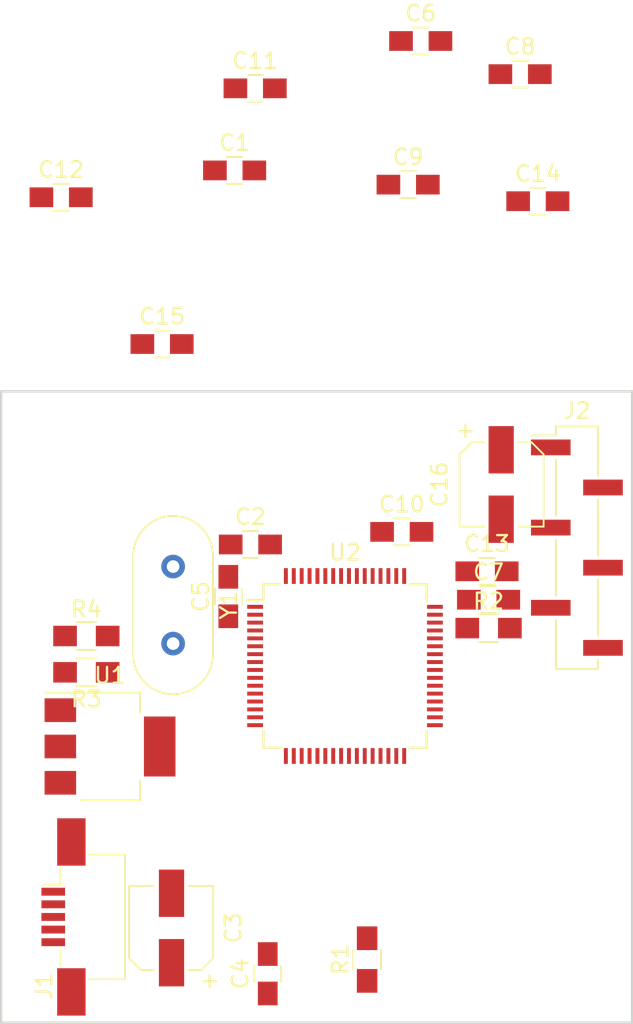
<source format=kicad_pcb>
(kicad_pcb (version 20171130) (host pcbnew 5.0.2-bee76a0~70~ubuntu16.04.1)

  (general
    (thickness 1.6)
    (drawings 4)
    (tracks 0)
    (zones 0)
    (modules 25)
    (nets 61)
  )

  (page A4)
  (layers
    (0 F.Cu signal)
    (31 B.Cu signal)
    (32 B.Adhes user hide)
    (33 F.Adhes user hide)
    (34 B.Paste user hide)
    (35 F.Paste user hide)
    (36 B.SilkS user)
    (37 F.SilkS user)
    (38 B.Mask user hide)
    (39 F.Mask user hide)
    (40 Dwgs.User user hide)
    (41 Cmts.User user hide)
    (42 Eco1.User user hide)
    (43 Eco2.User user hide)
    (44 Edge.Cuts user)
    (45 Margin user hide)
    (46 B.CrtYd user hide)
    (47 F.CrtYd user hide)
    (48 B.Fab user hide)
    (49 F.Fab user hide)
  )

  (setup
    (last_trace_width 0.2)
    (trace_clearance 0.15)
    (zone_clearance 0.508)
    (zone_45_only no)
    (trace_min 0.2)
    (segment_width 0.2)
    (edge_width 0.15)
    (via_size 0.8)
    (via_drill 0.3)
    (via_min_size 0.8)
    (via_min_drill 0.3)
    (uvia_size 0.3)
    (uvia_drill 0.1)
    (uvias_allowed no)
    (uvia_min_size 0.2)
    (uvia_min_drill 0.1)
    (pcb_text_width 0.3)
    (pcb_text_size 1.5 1.5)
    (mod_edge_width 0.15)
    (mod_text_size 1 1)
    (mod_text_width 0.15)
    (pad_size 1.524 1.524)
    (pad_drill 0.762)
    (pad_to_mask_clearance 0.051)
    (solder_mask_min_width 0.25)
    (aux_axis_origin 0 0)
    (visible_elements FFFFFF7F)
    (pcbplotparams
      (layerselection 0x010fc_ffffffff)
      (usegerberextensions false)
      (usegerberattributes false)
      (usegerberadvancedattributes false)
      (creategerberjobfile false)
      (excludeedgelayer true)
      (linewidth 0.100000)
      (plotframeref false)
      (viasonmask false)
      (mode 1)
      (useauxorigin false)
      (hpglpennumber 1)
      (hpglpenspeed 20)
      (hpglpendiameter 15.000000)
      (psnegative false)
      (psa4output false)
      (plotreference true)
      (plotvalue true)
      (plotinvisibletext false)
      (padsonsilk false)
      (subtractmaskfromsilk false)
      (outputformat 1)
      (mirror false)
      (drillshape 1)
      (scaleselection 1)
      (outputdirectory ""))
  )

  (net 0 "")
  (net 1 +5V)
  (net 2 GND)
  (net 3 "Net-(C2-Pad1)")
  (net 4 "Net-(C5-Pad1)")
  (net 5 "Net-(C6-Pad1)")
  (net 6 +3V3)
  (net 7 /ID)
  (net 8 /D+)
  (net 9 /D-)
  (net 10 /SWO)
  (net 11 /SWDIO)
  (net 12 /SWCLK)
  (net 13 /NRST)
  (net 14 "Net-(R1-Pad1)")
  (net 15 "Net-(R3-Pad2)")
  (net 16 "Net-(U2-Pad62)")
  (net 17 "Net-(U2-Pad61)")
  (net 18 "Net-(U2-Pad59)")
  (net 19 "Net-(U2-Pad58)")
  (net 20 "Net-(U2-Pad57)")
  (net 21 "Net-(U2-Pad56)")
  (net 22 "Net-(U2-Pad54)")
  (net 23 "Net-(U2-Pad53)")
  (net 24 "Net-(U2-Pad52)")
  (net 25 "Net-(U2-Pad51)")
  (net 26 "Net-(U2-Pad50)")
  (net 27 "Net-(U2-Pad45)")
  (net 28 "Net-(U2-Pad44)")
  (net 29 "Net-(U2-Pad43)")
  (net 30 "Net-(U2-Pad42)")
  (net 31 "Net-(U2-Pad41)")
  (net 32 "Net-(U2-Pad40)")
  (net 33 "Net-(U2-Pad39)")
  (net 34 "Net-(U2-Pad38)")
  (net 35 "Net-(U2-Pad37)")
  (net 36 "Net-(U2-Pad36)")
  (net 37 "Net-(U2-Pad35)")
  (net 38 "Net-(U2-Pad34)")
  (net 39 "Net-(U2-Pad33)")
  (net 40 "Net-(U2-Pad29)")
  (net 41 "Net-(U2-Pad28)")
  (net 42 "Net-(U2-Pad27)")
  (net 43 "Net-(U2-Pad26)")
  (net 44 "Net-(U2-Pad25)")
  (net 45 "Net-(U2-Pad24)")
  (net 46 "Net-(U2-Pad23)")
  (net 47 "Net-(U2-Pad22)")
  (net 48 "Net-(U2-Pad21)")
  (net 49 "Net-(U2-Pad20)")
  (net 50 "Net-(U2-Pad17)")
  (net 51 "Net-(U2-Pad16)")
  (net 52 /PA1)
  (net 53 /PA0)
  (net 54 "Net-(U2-Pad11)")
  (net 55 "Net-(U2-Pad10)")
  (net 56 "Net-(U2-Pad9)")
  (net 57 "Net-(U2-Pad8)")
  (net 58 "Net-(U2-Pad4)")
  (net 59 "Net-(U2-Pad3)")
  (net 60 "Net-(U2-Pad2)")

  (net_class Default "This is the default net class."
    (clearance 0.15)
    (trace_width 0.2)
    (via_dia 0.8)
    (via_drill 0.3)
    (uvia_dia 0.3)
    (uvia_drill 0.1)
    (add_net /D+)
    (add_net /D-)
    (add_net /ID)
    (add_net /NRST)
    (add_net /PA0)
    (add_net /PA1)
    (add_net /SWCLK)
    (add_net /SWDIO)
    (add_net /SWO)
    (add_net "Net-(C2-Pad1)")
    (add_net "Net-(C5-Pad1)")
    (add_net "Net-(C6-Pad1)")
    (add_net "Net-(R1-Pad1)")
    (add_net "Net-(R3-Pad2)")
    (add_net "Net-(U2-Pad10)")
    (add_net "Net-(U2-Pad11)")
    (add_net "Net-(U2-Pad16)")
    (add_net "Net-(U2-Pad17)")
    (add_net "Net-(U2-Pad2)")
    (add_net "Net-(U2-Pad20)")
    (add_net "Net-(U2-Pad21)")
    (add_net "Net-(U2-Pad22)")
    (add_net "Net-(U2-Pad23)")
    (add_net "Net-(U2-Pad24)")
    (add_net "Net-(U2-Pad25)")
    (add_net "Net-(U2-Pad26)")
    (add_net "Net-(U2-Pad27)")
    (add_net "Net-(U2-Pad28)")
    (add_net "Net-(U2-Pad29)")
    (add_net "Net-(U2-Pad3)")
    (add_net "Net-(U2-Pad33)")
    (add_net "Net-(U2-Pad34)")
    (add_net "Net-(U2-Pad35)")
    (add_net "Net-(U2-Pad36)")
    (add_net "Net-(U2-Pad37)")
    (add_net "Net-(U2-Pad38)")
    (add_net "Net-(U2-Pad39)")
    (add_net "Net-(U2-Pad4)")
    (add_net "Net-(U2-Pad40)")
    (add_net "Net-(U2-Pad41)")
    (add_net "Net-(U2-Pad42)")
    (add_net "Net-(U2-Pad43)")
    (add_net "Net-(U2-Pad44)")
    (add_net "Net-(U2-Pad45)")
    (add_net "Net-(U2-Pad50)")
    (add_net "Net-(U2-Pad51)")
    (add_net "Net-(U2-Pad52)")
    (add_net "Net-(U2-Pad53)")
    (add_net "Net-(U2-Pad54)")
    (add_net "Net-(U2-Pad56)")
    (add_net "Net-(U2-Pad57)")
    (add_net "Net-(U2-Pad58)")
    (add_net "Net-(U2-Pad59)")
    (add_net "Net-(U2-Pad61)")
    (add_net "Net-(U2-Pad62)")
    (add_net "Net-(U2-Pad8)")
    (add_net "Net-(U2-Pad9)")
  )

  (net_class Power ""
    (clearance 0.15)
    (trace_width 0.25)
    (via_dia 0.8)
    (via_drill 0.3)
    (uvia_dia 0.3)
    (uvia_drill 0.1)
    (add_net +3V3)
    (add_net +5V)
    (add_net GND)
  )

  (module Capacitors_SMD:C_0805_HandSoldering (layer F.Cu) (tedit 58AA84A8) (tstamp 5C5036D0)
    (at 114.8 46)
    (descr "Capacitor SMD 0805, hand soldering")
    (tags "capacitor 0805")
    (path /5C545A22)
    (attr smd)
    (fp_text reference C1 (at 0 -1.75) (layer F.SilkS)
      (effects (font (size 1 1) (thickness 0.15)))
    )
    (fp_text value 100n (at 0 1.75) (layer F.Fab)
      (effects (font (size 1 1) (thickness 0.15)))
    )
    (fp_text user %R (at 0 -1.75) (layer F.Fab)
      (effects (font (size 1 1) (thickness 0.15)))
    )
    (fp_line (start -1 0.62) (end -1 -0.62) (layer F.Fab) (width 0.1))
    (fp_line (start 1 0.62) (end -1 0.62) (layer F.Fab) (width 0.1))
    (fp_line (start 1 -0.62) (end 1 0.62) (layer F.Fab) (width 0.1))
    (fp_line (start -1 -0.62) (end 1 -0.62) (layer F.Fab) (width 0.1))
    (fp_line (start 0.5 -0.85) (end -0.5 -0.85) (layer F.SilkS) (width 0.12))
    (fp_line (start -0.5 0.85) (end 0.5 0.85) (layer F.SilkS) (width 0.12))
    (fp_line (start -2.25 -0.88) (end 2.25 -0.88) (layer F.CrtYd) (width 0.05))
    (fp_line (start -2.25 -0.88) (end -2.25 0.87) (layer F.CrtYd) (width 0.05))
    (fp_line (start 2.25 0.87) (end 2.25 -0.88) (layer F.CrtYd) (width 0.05))
    (fp_line (start 2.25 0.87) (end -2.25 0.87) (layer F.CrtYd) (width 0.05))
    (pad 1 smd rect (at -1.25 0) (size 1.5 1.25) (layers F.Cu F.Paste F.Mask)
      (net 1 +5V))
    (pad 2 smd rect (at 1.25 0) (size 1.5 1.25) (layers F.Cu F.Paste F.Mask)
      (net 2 GND))
    (model Capacitors_SMD.3dshapes/C_0805.wrl
      (at (xyz 0 0 0))
      (scale (xyz 1 1 1))
      (rotate (xyz 0 0 0))
    )
  )

  (module Capacitors_SMD:C_0805_HandSoldering (layer F.Cu) (tedit 58AA84A8) (tstamp 5C5036E1)
    (at 115.8 69.7)
    (descr "Capacitor SMD 0805, hand soldering")
    (tags "capacitor 0805")
    (path /5C4962DD)
    (attr smd)
    (fp_text reference C2 (at 0 -1.75) (layer F.SilkS)
      (effects (font (size 1 1) (thickness 0.15)))
    )
    (fp_text value 18p (at 0 1.75) (layer F.Fab)
      (effects (font (size 1 1) (thickness 0.15)))
    )
    (fp_text user %R (at 0 -1.75) (layer F.Fab)
      (effects (font (size 1 1) (thickness 0.15)))
    )
    (fp_line (start -1 0.62) (end -1 -0.62) (layer F.Fab) (width 0.1))
    (fp_line (start 1 0.62) (end -1 0.62) (layer F.Fab) (width 0.1))
    (fp_line (start 1 -0.62) (end 1 0.62) (layer F.Fab) (width 0.1))
    (fp_line (start -1 -0.62) (end 1 -0.62) (layer F.Fab) (width 0.1))
    (fp_line (start 0.5 -0.85) (end -0.5 -0.85) (layer F.SilkS) (width 0.12))
    (fp_line (start -0.5 0.85) (end 0.5 0.85) (layer F.SilkS) (width 0.12))
    (fp_line (start -2.25 -0.88) (end 2.25 -0.88) (layer F.CrtYd) (width 0.05))
    (fp_line (start -2.25 -0.88) (end -2.25 0.87) (layer F.CrtYd) (width 0.05))
    (fp_line (start 2.25 0.87) (end 2.25 -0.88) (layer F.CrtYd) (width 0.05))
    (fp_line (start 2.25 0.87) (end -2.25 0.87) (layer F.CrtYd) (width 0.05))
    (pad 1 smd rect (at -1.25 0) (size 1.5 1.25) (layers F.Cu F.Paste F.Mask)
      (net 3 "Net-(C2-Pad1)"))
    (pad 2 smd rect (at 1.25 0) (size 1.5 1.25) (layers F.Cu F.Paste F.Mask)
      (net 2 GND))
    (model Capacitors_SMD.3dshapes/C_0805.wrl
      (at (xyz 0 0 0))
      (scale (xyz 1 1 1))
      (rotate (xyz 0 0 0))
    )
  )

  (module Capacitors_SMD:CP_Elec_5x5.3 (layer F.Cu) (tedit 58AA8A8F) (tstamp 5C5036FD)
    (at 110.8 94 90)
    (descr "SMT capacitor, aluminium electrolytic, 5x5.3")
    (path /5C558E09)
    (attr smd)
    (fp_text reference C3 (at 0 3.92 90) (layer F.SilkS)
      (effects (font (size 1 1) (thickness 0.15)))
    )
    (fp_text value 10u (at 0 -3.92 90) (layer F.Fab)
      (effects (font (size 1 1) (thickness 0.15)))
    )
    (fp_circle (center 0 0) (end 0.3 2.4) (layer F.Fab) (width 0.1))
    (fp_text user + (at -1.37 -0.08 90) (layer F.Fab)
      (effects (font (size 1 1) (thickness 0.15)))
    )
    (fp_text user + (at -3.38 2.34 90) (layer F.SilkS)
      (effects (font (size 1 1) (thickness 0.15)))
    )
    (fp_text user %R (at 0 3.92 90) (layer F.Fab)
      (effects (font (size 1 1) (thickness 0.15)))
    )
    (fp_line (start 2.51 2.49) (end 2.51 -2.54) (layer F.Fab) (width 0.1))
    (fp_line (start -1.84 2.49) (end 2.51 2.49) (layer F.Fab) (width 0.1))
    (fp_line (start -2.51 1.82) (end -1.84 2.49) (layer F.Fab) (width 0.1))
    (fp_line (start -2.51 -1.87) (end -2.51 1.82) (layer F.Fab) (width 0.1))
    (fp_line (start -1.84 -2.54) (end -2.51 -1.87) (layer F.Fab) (width 0.1))
    (fp_line (start 2.51 -2.54) (end -1.84 -2.54) (layer F.Fab) (width 0.1))
    (fp_line (start 2.67 -2.69) (end 2.67 -1.14) (layer F.SilkS) (width 0.12))
    (fp_line (start 2.67 2.64) (end 2.67 1.09) (layer F.SilkS) (width 0.12))
    (fp_line (start -2.67 1.88) (end -2.67 1.09) (layer F.SilkS) (width 0.12))
    (fp_line (start -2.67 -1.93) (end -2.67 -1.14) (layer F.SilkS) (width 0.12))
    (fp_line (start 2.67 -2.69) (end -1.91 -2.69) (layer F.SilkS) (width 0.12))
    (fp_line (start -1.91 -2.69) (end -2.67 -1.93) (layer F.SilkS) (width 0.12))
    (fp_line (start -2.67 1.88) (end -1.91 2.64) (layer F.SilkS) (width 0.12))
    (fp_line (start -1.91 2.64) (end 2.67 2.64) (layer F.SilkS) (width 0.12))
    (fp_line (start -3.95 -2.79) (end 3.95 -2.79) (layer F.CrtYd) (width 0.05))
    (fp_line (start -3.95 -2.79) (end -3.95 2.74) (layer F.CrtYd) (width 0.05))
    (fp_line (start 3.95 2.74) (end 3.95 -2.79) (layer F.CrtYd) (width 0.05))
    (fp_line (start 3.95 2.74) (end -3.95 2.74) (layer F.CrtYd) (width 0.05))
    (pad 1 smd rect (at -2.2 0 270) (size 3 1.6) (layers F.Cu F.Paste F.Mask)
      (net 1 +5V))
    (pad 2 smd rect (at 2.2 0 270) (size 3 1.6) (layers F.Cu F.Paste F.Mask)
      (net 2 GND))
    (model Capacitors_SMD.3dshapes/CP_Elec_5x5.3.wrl
      (at (xyz 0 0 0))
      (scale (xyz 1 1 1))
      (rotate (xyz 0 0 180))
    )
  )

  (module Capacitors_SMD:C_0805_HandSoldering (layer F.Cu) (tedit 58AA84A8) (tstamp 5C50370E)
    (at 116.9 96.9 90)
    (descr "Capacitor SMD 0805, hand soldering")
    (tags "capacitor 0805")
    (path /5C52B732)
    (attr smd)
    (fp_text reference C4 (at 0 -1.75 90) (layer F.SilkS)
      (effects (font (size 1 1) (thickness 0.15)))
    )
    (fp_text value 100n (at 0 1.75 90) (layer F.Fab)
      (effects (font (size 1 1) (thickness 0.15)))
    )
    (fp_text user %R (at 0 -1.75 90) (layer F.Fab)
      (effects (font (size 1 1) (thickness 0.15)))
    )
    (fp_line (start -1 0.62) (end -1 -0.62) (layer F.Fab) (width 0.1))
    (fp_line (start 1 0.62) (end -1 0.62) (layer F.Fab) (width 0.1))
    (fp_line (start 1 -0.62) (end 1 0.62) (layer F.Fab) (width 0.1))
    (fp_line (start -1 -0.62) (end 1 -0.62) (layer F.Fab) (width 0.1))
    (fp_line (start 0.5 -0.85) (end -0.5 -0.85) (layer F.SilkS) (width 0.12))
    (fp_line (start -0.5 0.85) (end 0.5 0.85) (layer F.SilkS) (width 0.12))
    (fp_line (start -2.25 -0.88) (end 2.25 -0.88) (layer F.CrtYd) (width 0.05))
    (fp_line (start -2.25 -0.88) (end -2.25 0.87) (layer F.CrtYd) (width 0.05))
    (fp_line (start 2.25 0.87) (end 2.25 -0.88) (layer F.CrtYd) (width 0.05))
    (fp_line (start 2.25 0.87) (end -2.25 0.87) (layer F.CrtYd) (width 0.05))
    (pad 1 smd rect (at -1.25 0 90) (size 1.5 1.25) (layers F.Cu F.Paste F.Mask)
      (net 1 +5V))
    (pad 2 smd rect (at 1.25 0 90) (size 1.5 1.25) (layers F.Cu F.Paste F.Mask)
      (net 2 GND))
    (model Capacitors_SMD.3dshapes/C_0805.wrl
      (at (xyz 0 0 0))
      (scale (xyz 1 1 1))
      (rotate (xyz 0 0 0))
    )
  )

  (module Capacitors_SMD:C_0805_HandSoldering (layer F.Cu) (tedit 58AA84A8) (tstamp 5C50371F)
    (at 114.4 73 90)
    (descr "Capacitor SMD 0805, hand soldering")
    (tags "capacitor 0805")
    (path /5C496355)
    (attr smd)
    (fp_text reference C5 (at 0 -1.75 90) (layer F.SilkS)
      (effects (font (size 1 1) (thickness 0.15)))
    )
    (fp_text value 18p (at 0 1.75 90) (layer F.Fab)
      (effects (font (size 1 1) (thickness 0.15)))
    )
    (fp_text user %R (at 0 -1.75 90) (layer F.Fab)
      (effects (font (size 1 1) (thickness 0.15)))
    )
    (fp_line (start -1 0.62) (end -1 -0.62) (layer F.Fab) (width 0.1))
    (fp_line (start 1 0.62) (end -1 0.62) (layer F.Fab) (width 0.1))
    (fp_line (start 1 -0.62) (end 1 0.62) (layer F.Fab) (width 0.1))
    (fp_line (start -1 -0.62) (end 1 -0.62) (layer F.Fab) (width 0.1))
    (fp_line (start 0.5 -0.85) (end -0.5 -0.85) (layer F.SilkS) (width 0.12))
    (fp_line (start -0.5 0.85) (end 0.5 0.85) (layer F.SilkS) (width 0.12))
    (fp_line (start -2.25 -0.88) (end 2.25 -0.88) (layer F.CrtYd) (width 0.05))
    (fp_line (start -2.25 -0.88) (end -2.25 0.87) (layer F.CrtYd) (width 0.05))
    (fp_line (start 2.25 0.87) (end 2.25 -0.88) (layer F.CrtYd) (width 0.05))
    (fp_line (start 2.25 0.87) (end -2.25 0.87) (layer F.CrtYd) (width 0.05))
    (pad 1 smd rect (at -1.25 0 90) (size 1.5 1.25) (layers F.Cu F.Paste F.Mask)
      (net 4 "Net-(C5-Pad1)"))
    (pad 2 smd rect (at 1.25 0 90) (size 1.5 1.25) (layers F.Cu F.Paste F.Mask)
      (net 2 GND))
    (model Capacitors_SMD.3dshapes/C_0805.wrl
      (at (xyz 0 0 0))
      (scale (xyz 1 1 1))
      (rotate (xyz 0 0 0))
    )
  )

  (module Capacitors_SMD:C_0805_HandSoldering (layer F.Cu) (tedit 58AA84A8) (tstamp 5C503730)
    (at 126.6 37.8)
    (descr "Capacitor SMD 0805, hand soldering")
    (tags "capacitor 0805")
    (path /5C47EE83)
    (attr smd)
    (fp_text reference C6 (at 0 -1.75) (layer F.SilkS)
      (effects (font (size 1 1) (thickness 0.15)))
    )
    (fp_text value 4.7u (at 0 1.75) (layer F.Fab)
      (effects (font (size 1 1) (thickness 0.15)))
    )
    (fp_text user %R (at 0 -1.75) (layer F.Fab)
      (effects (font (size 1 1) (thickness 0.15)))
    )
    (fp_line (start -1 0.62) (end -1 -0.62) (layer F.Fab) (width 0.1))
    (fp_line (start 1 0.62) (end -1 0.62) (layer F.Fab) (width 0.1))
    (fp_line (start 1 -0.62) (end 1 0.62) (layer F.Fab) (width 0.1))
    (fp_line (start -1 -0.62) (end 1 -0.62) (layer F.Fab) (width 0.1))
    (fp_line (start 0.5 -0.85) (end -0.5 -0.85) (layer F.SilkS) (width 0.12))
    (fp_line (start -0.5 0.85) (end 0.5 0.85) (layer F.SilkS) (width 0.12))
    (fp_line (start -2.25 -0.88) (end 2.25 -0.88) (layer F.CrtYd) (width 0.05))
    (fp_line (start -2.25 -0.88) (end -2.25 0.87) (layer F.CrtYd) (width 0.05))
    (fp_line (start 2.25 0.87) (end 2.25 -0.88) (layer F.CrtYd) (width 0.05))
    (fp_line (start 2.25 0.87) (end -2.25 0.87) (layer F.CrtYd) (width 0.05))
    (pad 1 smd rect (at -1.25 0) (size 1.5 1.25) (layers F.Cu F.Paste F.Mask)
      (net 5 "Net-(C6-Pad1)"))
    (pad 2 smd rect (at 1.25 0) (size 1.5 1.25) (layers F.Cu F.Paste F.Mask)
      (net 2 GND))
    (model Capacitors_SMD.3dshapes/C_0805.wrl
      (at (xyz 0 0 0))
      (scale (xyz 1 1 1))
      (rotate (xyz 0 0 0))
    )
  )

  (module Capacitors_SMD:C_0805_HandSoldering (layer F.Cu) (tedit 58AA84A8) (tstamp 5C503741)
    (at 130.9 73.2)
    (descr "Capacitor SMD 0805, hand soldering")
    (tags "capacitor 0805")
    (path /5C53B486)
    (attr smd)
    (fp_text reference C7 (at 0 -1.75) (layer F.SilkS)
      (effects (font (size 1 1) (thickness 0.15)))
    )
    (fp_text value 100n (at 0 1.75) (layer F.Fab)
      (effects (font (size 1 1) (thickness 0.15)))
    )
    (fp_text user %R (at 0 -1.75) (layer F.Fab)
      (effects (font (size 1 1) (thickness 0.15)))
    )
    (fp_line (start -1 0.62) (end -1 -0.62) (layer F.Fab) (width 0.1))
    (fp_line (start 1 0.62) (end -1 0.62) (layer F.Fab) (width 0.1))
    (fp_line (start 1 -0.62) (end 1 0.62) (layer F.Fab) (width 0.1))
    (fp_line (start -1 -0.62) (end 1 -0.62) (layer F.Fab) (width 0.1))
    (fp_line (start 0.5 -0.85) (end -0.5 -0.85) (layer F.SilkS) (width 0.12))
    (fp_line (start -0.5 0.85) (end 0.5 0.85) (layer F.SilkS) (width 0.12))
    (fp_line (start -2.25 -0.88) (end 2.25 -0.88) (layer F.CrtYd) (width 0.05))
    (fp_line (start -2.25 -0.88) (end -2.25 0.87) (layer F.CrtYd) (width 0.05))
    (fp_line (start 2.25 0.87) (end 2.25 -0.88) (layer F.CrtYd) (width 0.05))
    (fp_line (start 2.25 0.87) (end -2.25 0.87) (layer F.CrtYd) (width 0.05))
    (pad 1 smd rect (at -1.25 0) (size 1.5 1.25) (layers F.Cu F.Paste F.Mask)
      (net 6 +3V3))
    (pad 2 smd rect (at 1.25 0) (size 1.5 1.25) (layers F.Cu F.Paste F.Mask)
      (net 2 GND))
    (model Capacitors_SMD.3dshapes/C_0805.wrl
      (at (xyz 0 0 0))
      (scale (xyz 1 1 1))
      (rotate (xyz 0 0 0))
    )
  )

  (module Capacitors_SMD:C_0805_HandSoldering (layer F.Cu) (tedit 58AA84A8) (tstamp 5C503752)
    (at 132.9 39.9)
    (descr "Capacitor SMD 0805, hand soldering")
    (tags "capacitor 0805")
    (path /5C472960)
    (attr smd)
    (fp_text reference C8 (at 0 -1.75) (layer F.SilkS)
      (effects (font (size 1 1) (thickness 0.15)))
    )
    (fp_text value 100n (at 0 1.75) (layer F.Fab)
      (effects (font (size 1 1) (thickness 0.15)))
    )
    (fp_text user %R (at 0 -1.75) (layer F.Fab)
      (effects (font (size 1 1) (thickness 0.15)))
    )
    (fp_line (start -1 0.62) (end -1 -0.62) (layer F.Fab) (width 0.1))
    (fp_line (start 1 0.62) (end -1 0.62) (layer F.Fab) (width 0.1))
    (fp_line (start 1 -0.62) (end 1 0.62) (layer F.Fab) (width 0.1))
    (fp_line (start -1 -0.62) (end 1 -0.62) (layer F.Fab) (width 0.1))
    (fp_line (start 0.5 -0.85) (end -0.5 -0.85) (layer F.SilkS) (width 0.12))
    (fp_line (start -0.5 0.85) (end 0.5 0.85) (layer F.SilkS) (width 0.12))
    (fp_line (start -2.25 -0.88) (end 2.25 -0.88) (layer F.CrtYd) (width 0.05))
    (fp_line (start -2.25 -0.88) (end -2.25 0.87) (layer F.CrtYd) (width 0.05))
    (fp_line (start 2.25 0.87) (end 2.25 -0.88) (layer F.CrtYd) (width 0.05))
    (fp_line (start 2.25 0.87) (end -2.25 0.87) (layer F.CrtYd) (width 0.05))
    (pad 1 smd rect (at -1.25 0) (size 1.5 1.25) (layers F.Cu F.Paste F.Mask)
      (net 6 +3V3))
    (pad 2 smd rect (at 1.25 0) (size 1.5 1.25) (layers F.Cu F.Paste F.Mask)
      (net 2 GND))
    (model Capacitors_SMD.3dshapes/C_0805.wrl
      (at (xyz 0 0 0))
      (scale (xyz 1 1 1))
      (rotate (xyz 0 0 0))
    )
  )

  (module Capacitors_SMD:C_0805_HandSoldering (layer F.Cu) (tedit 58AA84A8) (tstamp 5C503763)
    (at 125.8 46.9)
    (descr "Capacitor SMD 0805, hand soldering")
    (tags "capacitor 0805")
    (path /5C472B7C)
    (attr smd)
    (fp_text reference C9 (at 0 -1.75) (layer F.SilkS)
      (effects (font (size 1 1) (thickness 0.15)))
    )
    (fp_text value 100n (at 0 1.75) (layer F.Fab)
      (effects (font (size 1 1) (thickness 0.15)))
    )
    (fp_text user %R (at 0 -1.75) (layer F.Fab)
      (effects (font (size 1 1) (thickness 0.15)))
    )
    (fp_line (start -1 0.62) (end -1 -0.62) (layer F.Fab) (width 0.1))
    (fp_line (start 1 0.62) (end -1 0.62) (layer F.Fab) (width 0.1))
    (fp_line (start 1 -0.62) (end 1 0.62) (layer F.Fab) (width 0.1))
    (fp_line (start -1 -0.62) (end 1 -0.62) (layer F.Fab) (width 0.1))
    (fp_line (start 0.5 -0.85) (end -0.5 -0.85) (layer F.SilkS) (width 0.12))
    (fp_line (start -0.5 0.85) (end 0.5 0.85) (layer F.SilkS) (width 0.12))
    (fp_line (start -2.25 -0.88) (end 2.25 -0.88) (layer F.CrtYd) (width 0.05))
    (fp_line (start -2.25 -0.88) (end -2.25 0.87) (layer F.CrtYd) (width 0.05))
    (fp_line (start 2.25 0.87) (end 2.25 -0.88) (layer F.CrtYd) (width 0.05))
    (fp_line (start 2.25 0.87) (end -2.25 0.87) (layer F.CrtYd) (width 0.05))
    (pad 1 smd rect (at -1.25 0) (size 1.5 1.25) (layers F.Cu F.Paste F.Mask)
      (net 6 +3V3))
    (pad 2 smd rect (at 1.25 0) (size 1.5 1.25) (layers F.Cu F.Paste F.Mask)
      (net 2 GND))
    (model Capacitors_SMD.3dshapes/C_0805.wrl
      (at (xyz 0 0 0))
      (scale (xyz 1 1 1))
      (rotate (xyz 0 0 0))
    )
  )

  (module Capacitors_SMD:C_0805_HandSoldering (layer F.Cu) (tedit 58AA84A8) (tstamp 5C503774)
    (at 125.4 68.9)
    (descr "Capacitor SMD 0805, hand soldering")
    (tags "capacitor 0805")
    (path /5C47C813)
    (attr smd)
    (fp_text reference C10 (at 0 -1.75) (layer F.SilkS)
      (effects (font (size 1 1) (thickness 0.15)))
    )
    (fp_text value 1u (at 0 1.75) (layer F.Fab)
      (effects (font (size 1 1) (thickness 0.15)))
    )
    (fp_text user %R (at 0 -1.75) (layer F.Fab)
      (effects (font (size 1 1) (thickness 0.15)))
    )
    (fp_line (start -1 0.62) (end -1 -0.62) (layer F.Fab) (width 0.1))
    (fp_line (start 1 0.62) (end -1 0.62) (layer F.Fab) (width 0.1))
    (fp_line (start 1 -0.62) (end 1 0.62) (layer F.Fab) (width 0.1))
    (fp_line (start -1 -0.62) (end 1 -0.62) (layer F.Fab) (width 0.1))
    (fp_line (start 0.5 -0.85) (end -0.5 -0.85) (layer F.SilkS) (width 0.12))
    (fp_line (start -0.5 0.85) (end 0.5 0.85) (layer F.SilkS) (width 0.12))
    (fp_line (start -2.25 -0.88) (end 2.25 -0.88) (layer F.CrtYd) (width 0.05))
    (fp_line (start -2.25 -0.88) (end -2.25 0.87) (layer F.CrtYd) (width 0.05))
    (fp_line (start 2.25 0.87) (end 2.25 -0.88) (layer F.CrtYd) (width 0.05))
    (fp_line (start 2.25 0.87) (end -2.25 0.87) (layer F.CrtYd) (width 0.05))
    (pad 1 smd rect (at -1.25 0) (size 1.5 1.25) (layers F.Cu F.Paste F.Mask)
      (net 6 +3V3))
    (pad 2 smd rect (at 1.25 0) (size 1.5 1.25) (layers F.Cu F.Paste F.Mask)
      (net 2 GND))
    (model Capacitors_SMD.3dshapes/C_0805.wrl
      (at (xyz 0 0 0))
      (scale (xyz 1 1 1))
      (rotate (xyz 0 0 0))
    )
  )

  (module Capacitors_SMD:C_0805_HandSoldering (layer F.Cu) (tedit 58AA84A8) (tstamp 5C503785)
    (at 116.1 40.8)
    (descr "Capacitor SMD 0805, hand soldering")
    (tags "capacitor 0805")
    (path /5C472BCA)
    (attr smd)
    (fp_text reference C11 (at 0 -1.75) (layer F.SilkS)
      (effects (font (size 1 1) (thickness 0.15)))
    )
    (fp_text value 100n (at 0 1.75) (layer F.Fab)
      (effects (font (size 1 1) (thickness 0.15)))
    )
    (fp_text user %R (at 0 -1.75) (layer F.Fab)
      (effects (font (size 1 1) (thickness 0.15)))
    )
    (fp_line (start -1 0.62) (end -1 -0.62) (layer F.Fab) (width 0.1))
    (fp_line (start 1 0.62) (end -1 0.62) (layer F.Fab) (width 0.1))
    (fp_line (start 1 -0.62) (end 1 0.62) (layer F.Fab) (width 0.1))
    (fp_line (start -1 -0.62) (end 1 -0.62) (layer F.Fab) (width 0.1))
    (fp_line (start 0.5 -0.85) (end -0.5 -0.85) (layer F.SilkS) (width 0.12))
    (fp_line (start -0.5 0.85) (end 0.5 0.85) (layer F.SilkS) (width 0.12))
    (fp_line (start -2.25 -0.88) (end 2.25 -0.88) (layer F.CrtYd) (width 0.05))
    (fp_line (start -2.25 -0.88) (end -2.25 0.87) (layer F.CrtYd) (width 0.05))
    (fp_line (start 2.25 0.87) (end 2.25 -0.88) (layer F.CrtYd) (width 0.05))
    (fp_line (start 2.25 0.87) (end -2.25 0.87) (layer F.CrtYd) (width 0.05))
    (pad 1 smd rect (at -1.25 0) (size 1.5 1.25) (layers F.Cu F.Paste F.Mask)
      (net 6 +3V3))
    (pad 2 smd rect (at 1.25 0) (size 1.5 1.25) (layers F.Cu F.Paste F.Mask)
      (net 2 GND))
    (model Capacitors_SMD.3dshapes/C_0805.wrl
      (at (xyz 0 0 0))
      (scale (xyz 1 1 1))
      (rotate (xyz 0 0 0))
    )
  )

  (module Capacitors_SMD:C_0805_HandSoldering (layer F.Cu) (tedit 58AA84A8) (tstamp 5C503796)
    (at 103.8 47.7)
    (descr "Capacitor SMD 0805, hand soldering")
    (tags "capacitor 0805")
    (path /5C472D06)
    (attr smd)
    (fp_text reference C12 (at 0 -1.75) (layer F.SilkS)
      (effects (font (size 1 1) (thickness 0.15)))
    )
    (fp_text value 100n (at 0 1.75) (layer F.Fab)
      (effects (font (size 1 1) (thickness 0.15)))
    )
    (fp_text user %R (at 0 -1.75) (layer F.Fab)
      (effects (font (size 1 1) (thickness 0.15)))
    )
    (fp_line (start -1 0.62) (end -1 -0.62) (layer F.Fab) (width 0.1))
    (fp_line (start 1 0.62) (end -1 0.62) (layer F.Fab) (width 0.1))
    (fp_line (start 1 -0.62) (end 1 0.62) (layer F.Fab) (width 0.1))
    (fp_line (start -1 -0.62) (end 1 -0.62) (layer F.Fab) (width 0.1))
    (fp_line (start 0.5 -0.85) (end -0.5 -0.85) (layer F.SilkS) (width 0.12))
    (fp_line (start -0.5 0.85) (end 0.5 0.85) (layer F.SilkS) (width 0.12))
    (fp_line (start -2.25 -0.88) (end 2.25 -0.88) (layer F.CrtYd) (width 0.05))
    (fp_line (start -2.25 -0.88) (end -2.25 0.87) (layer F.CrtYd) (width 0.05))
    (fp_line (start 2.25 0.87) (end 2.25 -0.88) (layer F.CrtYd) (width 0.05))
    (fp_line (start 2.25 0.87) (end -2.25 0.87) (layer F.CrtYd) (width 0.05))
    (pad 1 smd rect (at -1.25 0) (size 1.5 1.25) (layers F.Cu F.Paste F.Mask)
      (net 6 +3V3))
    (pad 2 smd rect (at 1.25 0) (size 1.5 1.25) (layers F.Cu F.Paste F.Mask)
      (net 2 GND))
    (model Capacitors_SMD.3dshapes/C_0805.wrl
      (at (xyz 0 0 0))
      (scale (xyz 1 1 1))
      (rotate (xyz 0 0 0))
    )
  )

  (module Capacitors_SMD:C_0805_HandSoldering (layer F.Cu) (tedit 58AA84A8) (tstamp 5C5037A7)
    (at 130.8 71.4)
    (descr "Capacitor SMD 0805, hand soldering")
    (tags "capacitor 0805")
    (path /5C47C892)
    (attr smd)
    (fp_text reference C13 (at 0 -1.75) (layer F.SilkS)
      (effects (font (size 1 1) (thickness 0.15)))
    )
    (fp_text value 100n (at 0 1.75) (layer F.Fab)
      (effects (font (size 1 1) (thickness 0.15)))
    )
    (fp_text user %R (at 0 -1.75) (layer F.Fab)
      (effects (font (size 1 1) (thickness 0.15)))
    )
    (fp_line (start -1 0.62) (end -1 -0.62) (layer F.Fab) (width 0.1))
    (fp_line (start 1 0.62) (end -1 0.62) (layer F.Fab) (width 0.1))
    (fp_line (start 1 -0.62) (end 1 0.62) (layer F.Fab) (width 0.1))
    (fp_line (start -1 -0.62) (end 1 -0.62) (layer F.Fab) (width 0.1))
    (fp_line (start 0.5 -0.85) (end -0.5 -0.85) (layer F.SilkS) (width 0.12))
    (fp_line (start -0.5 0.85) (end 0.5 0.85) (layer F.SilkS) (width 0.12))
    (fp_line (start -2.25 -0.88) (end 2.25 -0.88) (layer F.CrtYd) (width 0.05))
    (fp_line (start -2.25 -0.88) (end -2.25 0.87) (layer F.CrtYd) (width 0.05))
    (fp_line (start 2.25 0.87) (end 2.25 -0.88) (layer F.CrtYd) (width 0.05))
    (fp_line (start 2.25 0.87) (end -2.25 0.87) (layer F.CrtYd) (width 0.05))
    (pad 1 smd rect (at -1.25 0) (size 1.5 1.25) (layers F.Cu F.Paste F.Mask)
      (net 6 +3V3))
    (pad 2 smd rect (at 1.25 0) (size 1.5 1.25) (layers F.Cu F.Paste F.Mask)
      (net 2 GND))
    (model Capacitors_SMD.3dshapes/C_0805.wrl
      (at (xyz 0 0 0))
      (scale (xyz 1 1 1))
      (rotate (xyz 0 0 0))
    )
  )

  (module Capacitors_SMD:C_0805_HandSoldering (layer F.Cu) (tedit 58AA84A8) (tstamp 5C5037B8)
    (at 134.025001 47.950001)
    (descr "Capacitor SMD 0805, hand soldering")
    (tags "capacitor 0805")
    (path /5C473812)
    (attr smd)
    (fp_text reference C14 (at 0 -1.75) (layer F.SilkS)
      (effects (font (size 1 1) (thickness 0.15)))
    )
    (fp_text value 4.7u (at 0 1.75) (layer F.Fab)
      (effects (font (size 1 1) (thickness 0.15)))
    )
    (fp_text user %R (at 0 -1.75) (layer F.Fab)
      (effects (font (size 1 1) (thickness 0.15)))
    )
    (fp_line (start -1 0.62) (end -1 -0.62) (layer F.Fab) (width 0.1))
    (fp_line (start 1 0.62) (end -1 0.62) (layer F.Fab) (width 0.1))
    (fp_line (start 1 -0.62) (end 1 0.62) (layer F.Fab) (width 0.1))
    (fp_line (start -1 -0.62) (end 1 -0.62) (layer F.Fab) (width 0.1))
    (fp_line (start 0.5 -0.85) (end -0.5 -0.85) (layer F.SilkS) (width 0.12))
    (fp_line (start -0.5 0.85) (end 0.5 0.85) (layer F.SilkS) (width 0.12))
    (fp_line (start -2.25 -0.88) (end 2.25 -0.88) (layer F.CrtYd) (width 0.05))
    (fp_line (start -2.25 -0.88) (end -2.25 0.87) (layer F.CrtYd) (width 0.05))
    (fp_line (start 2.25 0.87) (end 2.25 -0.88) (layer F.CrtYd) (width 0.05))
    (fp_line (start 2.25 0.87) (end -2.25 0.87) (layer F.CrtYd) (width 0.05))
    (pad 1 smd rect (at -1.25 0) (size 1.5 1.25) (layers F.Cu F.Paste F.Mask)
      (net 6 +3V3))
    (pad 2 smd rect (at 1.25 0) (size 1.5 1.25) (layers F.Cu F.Paste F.Mask)
      (net 2 GND))
    (model Capacitors_SMD.3dshapes/C_0805.wrl
      (at (xyz 0 0 0))
      (scale (xyz 1 1 1))
      (rotate (xyz 0 0 0))
    )
  )

  (module Capacitors_SMD:C_0805_HandSoldering (layer F.Cu) (tedit 58AA84A8) (tstamp 5C5037C9)
    (at 110.2 57)
    (descr "Capacitor SMD 0805, hand soldering")
    (tags "capacitor 0805")
    (path /5C4B4024)
    (attr smd)
    (fp_text reference C15 (at 0 -1.75) (layer F.SilkS)
      (effects (font (size 1 1) (thickness 0.15)))
    )
    (fp_text value 100n (at 0 1.75) (layer F.Fab)
      (effects (font (size 1 1) (thickness 0.15)))
    )
    (fp_text user %R (at 0 -1.75) (layer F.Fab)
      (effects (font (size 1 1) (thickness 0.15)))
    )
    (fp_line (start -1 0.62) (end -1 -0.62) (layer F.Fab) (width 0.1))
    (fp_line (start 1 0.62) (end -1 0.62) (layer F.Fab) (width 0.1))
    (fp_line (start 1 -0.62) (end 1 0.62) (layer F.Fab) (width 0.1))
    (fp_line (start -1 -0.62) (end 1 -0.62) (layer F.Fab) (width 0.1))
    (fp_line (start 0.5 -0.85) (end -0.5 -0.85) (layer F.SilkS) (width 0.12))
    (fp_line (start -0.5 0.85) (end 0.5 0.85) (layer F.SilkS) (width 0.12))
    (fp_line (start -2.25 -0.88) (end 2.25 -0.88) (layer F.CrtYd) (width 0.05))
    (fp_line (start -2.25 -0.88) (end -2.25 0.87) (layer F.CrtYd) (width 0.05))
    (fp_line (start 2.25 0.87) (end 2.25 -0.88) (layer F.CrtYd) (width 0.05))
    (fp_line (start 2.25 0.87) (end -2.25 0.87) (layer F.CrtYd) (width 0.05))
    (pad 1 smd rect (at -1.25 0) (size 1.5 1.25) (layers F.Cu F.Paste F.Mask)
      (net 6 +3V3))
    (pad 2 smd rect (at 1.25 0) (size 1.5 1.25) (layers F.Cu F.Paste F.Mask)
      (net 2 GND))
    (model Capacitors_SMD.3dshapes/C_0805.wrl
      (at (xyz 0 0 0))
      (scale (xyz 1 1 1))
      (rotate (xyz 0 0 0))
    )
  )

  (module Capacitors_SMD:CP_Elec_5x5.3 (layer F.Cu) (tedit 58AA8A8F) (tstamp 5C5037E5)
    (at 131.7 65.9 270)
    (descr "SMT capacitor, aluminium electrolytic, 5x5.3")
    (path /5C57F118)
    (attr smd)
    (fp_text reference C16 (at 0 3.92 270) (layer F.SilkS)
      (effects (font (size 1 1) (thickness 0.15)))
    )
    (fp_text value 10u (at 0 -3.92 270) (layer F.Fab)
      (effects (font (size 1 1) (thickness 0.15)))
    )
    (fp_circle (center 0 0) (end 0.3 2.4) (layer F.Fab) (width 0.1))
    (fp_text user + (at -1.37 -0.08 270) (layer F.Fab)
      (effects (font (size 1 1) (thickness 0.15)))
    )
    (fp_text user + (at -3.38 2.34 270) (layer F.SilkS)
      (effects (font (size 1 1) (thickness 0.15)))
    )
    (fp_text user %R (at 0 3.92 270) (layer F.Fab)
      (effects (font (size 1 1) (thickness 0.15)))
    )
    (fp_line (start 2.51 2.49) (end 2.51 -2.54) (layer F.Fab) (width 0.1))
    (fp_line (start -1.84 2.49) (end 2.51 2.49) (layer F.Fab) (width 0.1))
    (fp_line (start -2.51 1.82) (end -1.84 2.49) (layer F.Fab) (width 0.1))
    (fp_line (start -2.51 -1.87) (end -2.51 1.82) (layer F.Fab) (width 0.1))
    (fp_line (start -1.84 -2.54) (end -2.51 -1.87) (layer F.Fab) (width 0.1))
    (fp_line (start 2.51 -2.54) (end -1.84 -2.54) (layer F.Fab) (width 0.1))
    (fp_line (start 2.67 -2.69) (end 2.67 -1.14) (layer F.SilkS) (width 0.12))
    (fp_line (start 2.67 2.64) (end 2.67 1.09) (layer F.SilkS) (width 0.12))
    (fp_line (start -2.67 1.88) (end -2.67 1.09) (layer F.SilkS) (width 0.12))
    (fp_line (start -2.67 -1.93) (end -2.67 -1.14) (layer F.SilkS) (width 0.12))
    (fp_line (start 2.67 -2.69) (end -1.91 -2.69) (layer F.SilkS) (width 0.12))
    (fp_line (start -1.91 -2.69) (end -2.67 -1.93) (layer F.SilkS) (width 0.12))
    (fp_line (start -2.67 1.88) (end -1.91 2.64) (layer F.SilkS) (width 0.12))
    (fp_line (start -1.91 2.64) (end 2.67 2.64) (layer F.SilkS) (width 0.12))
    (fp_line (start -3.95 -2.79) (end 3.95 -2.79) (layer F.CrtYd) (width 0.05))
    (fp_line (start -3.95 -2.79) (end -3.95 2.74) (layer F.CrtYd) (width 0.05))
    (fp_line (start 3.95 2.74) (end 3.95 -2.79) (layer F.CrtYd) (width 0.05))
    (fp_line (start 3.95 2.74) (end -3.95 2.74) (layer F.CrtYd) (width 0.05))
    (pad 1 smd rect (at -2.2 0 90) (size 3 1.6) (layers F.Cu F.Paste F.Mask)
      (net 6 +3V3))
    (pad 2 smd rect (at 2.2 0 90) (size 3 1.6) (layers F.Cu F.Paste F.Mask)
      (net 2 GND))
    (model Capacitors_SMD.3dshapes/CP_Elec_5x5.3.wrl
      (at (xyz 0 0 0))
      (scale (xyz 1 1 1))
      (rotate (xyz 0 0 180))
    )
  )

  (module Connector_USB:USB_Mini-B_AdamTech_MUSB-B5-S-VT-TSMT-1_SMD_Vertical (layer F.Cu) (tedit 5B6C3FF0) (tstamp 5C503807)
    (at 104.9 93.3)
    (descr http://www.adam-tech.com/upload/MUSB-B5-S-VT-TSMT-1.pdf)
    (tags "USB Mini-B")
    (path /5C5045B7)
    (attr smd)
    (fp_text reference J1 (at -2.18 4.39 90) (layer F.SilkS)
      (effects (font (size 1 1) (thickness 0.15)))
    )
    (fp_text value USB_OTG (at 0 7.58) (layer F.Fab)
      (effects (font (size 1 1) (thickness 0.15)))
    )
    (fp_line (start -0.65 -1.6) (end -1.05 -1.35) (layer F.Fab) (width 0.1))
    (fp_line (start -1.05 -1.85) (end -0.65 -1.6) (layer F.Fab) (width 0.1))
    (fp_line (start 2.95 -3.95) (end 0.65 -3.95) (layer F.SilkS) (width 0.1))
    (fp_line (start 2.95 3.95) (end 2.95 -3.95) (layer F.SilkS) (width 0.1))
    (fp_line (start 0.65 3.95) (end 2.95 3.95) (layer F.SilkS) (width 0.1))
    (fp_line (start -1.138539 2.064476) (end -1.138539 3.064476) (layer F.SilkS) (width 0.1))
    (fp_line (start -2.2 -2.05) (end -1.15 -2.05) (layer F.SilkS) (width 0.1))
    (fp_line (start -1.15 -2.05) (end -1.15 -3.05) (layer F.SilkS) (width 0.1))
    (fp_line (start 0.2 -5.85) (end 0.2 -3.85) (layer F.Fab) (width 0.1))
    (fp_line (start -1.05 -5.85) (end 0.2 -5.85) (layer F.Fab) (width 0.1))
    (fp_line (start 0.2 5.85) (end 0.2 3.85) (layer F.Fab) (width 0.1))
    (fp_line (start -1.05 5.85) (end 0.2 5.85) (layer F.Fab) (width 0.1))
    (fp_line (start -1.05 -5.85) (end -1.05 5.85) (layer F.Fab) (width 0.1))
    (fp_line (start -1.05 3.85) (end 2.85 3.85) (layer F.Fab) (width 0.1))
    (fp_line (start 2.85 -3.85) (end -1.05 -3.85) (layer F.Fab) (width 0.1))
    (fp_line (start 2.85 3.85) (end 2.85 -3.85) (layer F.Fab) (width 0.1))
    (fp_text user %R (at 0.49 0.015 90) (layer F.Fab)
      (effects (font (size 1 1) (thickness 0.15)))
    )
    (fp_line (start -2.85 6.75) (end -2.85 -6.75) (layer F.CrtYd) (width 0.05))
    (fp_line (start 3.35 6.75) (end -2.85 6.75) (layer F.CrtYd) (width 0.05))
    (fp_line (start 3.35 -6.75) (end 3.35 6.75) (layer F.CrtYd) (width 0.05))
    (fp_line (start -2.85 -6.75) (end 3.35 -6.75) (layer F.CrtYd) (width 0.05))
    (pad 6 smd rect (at -0.45 -4.75 90) (size 3 1.8) (layers F.Cu F.Paste F.Mask)
      (net 2 GND))
    (pad 6 smd rect (at -0.45 4.75 90) (size 3 1.8) (layers F.Cu F.Paste F.Mask)
      (net 2 GND))
    (pad 1 smd rect (at -1.6 -1.6 90) (size 0.5 1.5) (layers F.Cu F.Paste F.Mask)
      (net 1 +5V))
    (pad 2 smd rect (at -1.6 -0.8 90) (size 0.5 1.5) (layers F.Cu F.Paste F.Mask)
      (net 9 /D-))
    (pad 3 smd rect (at -1.6 0 90) (size 0.5 1.5) (layers F.Cu F.Paste F.Mask)
      (net 8 /D+))
    (pad 4 smd rect (at -1.6 0.8 90) (size 0.5 1.5) (layers F.Cu F.Paste F.Mask)
      (net 7 /ID))
    (pad 5 smd rect (at -1.6 1.6 90) (size 0.5 1.5) (layers F.Cu F.Paste F.Mask)
      (net 2 GND))
    (pad "" np_thru_hole circle (at 1.85 -3 90) (size 1 1) (drill 1) (layers *.Cu *.Mask))
    (pad "" np_thru_hole circle (at 1.85 3 90) (size 1 1) (drill 1) (layers *.Cu *.Mask))
    (model ${KISYS3DMOD}/Connector_USB.3dshapes/USB_Mini-B_AdamTech_MUSB-B5-S-VT-TSMT-1_SMD_Vertical.wrl
      (at (xyz 0 0 0))
      (scale (xyz 1 1 1))
      (rotate (xyz 0 0 0))
    )
  )

  (module Pin_Headers:Pin_Header_Straight_1x06_Pitch2.54mm_SMD_Pin1Left (layer F.Cu) (tedit 59650532) (tstamp 5C503838)
    (at 136.5 69.9)
    (descr "surface-mounted straight pin header, 1x06, 2.54mm pitch, single row, style 1 (pin 1 left)")
    (tags "Surface mounted pin header SMD 1x06 2.54mm single row style1 pin1 left")
    (path /5C49DCCF)
    (attr smd)
    (fp_text reference J2 (at 0 -8.68) (layer F.SilkS)
      (effects (font (size 1 1) (thickness 0.15)))
    )
    (fp_text value Conn_01x06_Male (at 0 8.68) (layer F.Fab)
      (effects (font (size 1 1) (thickness 0.15)))
    )
    (fp_line (start 1.27 7.62) (end -1.27 7.62) (layer F.Fab) (width 0.1))
    (fp_line (start -0.32 -7.62) (end 1.27 -7.62) (layer F.Fab) (width 0.1))
    (fp_line (start -1.27 7.62) (end -1.27 -6.67) (layer F.Fab) (width 0.1))
    (fp_line (start -1.27 -6.67) (end -0.32 -7.62) (layer F.Fab) (width 0.1))
    (fp_line (start 1.27 -7.62) (end 1.27 7.62) (layer F.Fab) (width 0.1))
    (fp_line (start -1.27 -6.67) (end -2.54 -6.67) (layer F.Fab) (width 0.1))
    (fp_line (start -2.54 -6.67) (end -2.54 -6.03) (layer F.Fab) (width 0.1))
    (fp_line (start -2.54 -6.03) (end -1.27 -6.03) (layer F.Fab) (width 0.1))
    (fp_line (start -1.27 -1.59) (end -2.54 -1.59) (layer F.Fab) (width 0.1))
    (fp_line (start -2.54 -1.59) (end -2.54 -0.95) (layer F.Fab) (width 0.1))
    (fp_line (start -2.54 -0.95) (end -1.27 -0.95) (layer F.Fab) (width 0.1))
    (fp_line (start -1.27 3.49) (end -2.54 3.49) (layer F.Fab) (width 0.1))
    (fp_line (start -2.54 3.49) (end -2.54 4.13) (layer F.Fab) (width 0.1))
    (fp_line (start -2.54 4.13) (end -1.27 4.13) (layer F.Fab) (width 0.1))
    (fp_line (start 1.27 -4.13) (end 2.54 -4.13) (layer F.Fab) (width 0.1))
    (fp_line (start 2.54 -4.13) (end 2.54 -3.49) (layer F.Fab) (width 0.1))
    (fp_line (start 2.54 -3.49) (end 1.27 -3.49) (layer F.Fab) (width 0.1))
    (fp_line (start 1.27 0.95) (end 2.54 0.95) (layer F.Fab) (width 0.1))
    (fp_line (start 2.54 0.95) (end 2.54 1.59) (layer F.Fab) (width 0.1))
    (fp_line (start 2.54 1.59) (end 1.27 1.59) (layer F.Fab) (width 0.1))
    (fp_line (start 1.27 6.03) (end 2.54 6.03) (layer F.Fab) (width 0.1))
    (fp_line (start 2.54 6.03) (end 2.54 6.67) (layer F.Fab) (width 0.1))
    (fp_line (start 2.54 6.67) (end 1.27 6.67) (layer F.Fab) (width 0.1))
    (fp_line (start -1.33 -7.68) (end 1.33 -7.68) (layer F.SilkS) (width 0.12))
    (fp_line (start -1.33 7.68) (end 1.33 7.68) (layer F.SilkS) (width 0.12))
    (fp_line (start 1.33 -7.68) (end 1.33 -4.57) (layer F.SilkS) (width 0.12))
    (fp_line (start -1.33 -7.11) (end -2.85 -7.11) (layer F.SilkS) (width 0.12))
    (fp_line (start -1.33 -7.68) (end -1.33 -7.11) (layer F.SilkS) (width 0.12))
    (fp_line (start 1.33 7.11) (end 1.33 7.68) (layer F.SilkS) (width 0.12))
    (fp_line (start 1.33 -3.05) (end 1.33 0.51) (layer F.SilkS) (width 0.12))
    (fp_line (start 1.33 2.03) (end 1.33 5.59) (layer F.SilkS) (width 0.12))
    (fp_line (start -1.33 -5.59) (end -1.33 -2.03) (layer F.SilkS) (width 0.12))
    (fp_line (start -1.33 -0.51) (end -1.33 3.05) (layer F.SilkS) (width 0.12))
    (fp_line (start -1.33 4.57) (end -1.33 7.68) (layer F.SilkS) (width 0.12))
    (fp_line (start -3.45 -8.15) (end -3.45 8.15) (layer F.CrtYd) (width 0.05))
    (fp_line (start -3.45 8.15) (end 3.45 8.15) (layer F.CrtYd) (width 0.05))
    (fp_line (start 3.45 8.15) (end 3.45 -8.15) (layer F.CrtYd) (width 0.05))
    (fp_line (start 3.45 -8.15) (end -3.45 -8.15) (layer F.CrtYd) (width 0.05))
    (fp_text user %R (at 0 0 90) (layer F.Fab)
      (effects (font (size 1 1) (thickness 0.15)))
    )
    (pad 1 smd rect (at -1.655 -6.35) (size 2.51 1) (layers F.Cu F.Paste F.Mask)
      (net 6 +3V3))
    (pad 3 smd rect (at -1.655 -1.27) (size 2.51 1) (layers F.Cu F.Paste F.Mask)
      (net 2 GND))
    (pad 5 smd rect (at -1.655 3.81) (size 2.51 1) (layers F.Cu F.Paste F.Mask)
      (net 13 /NRST))
    (pad 2 smd rect (at 1.655 -3.81) (size 2.51 1) (layers F.Cu F.Paste F.Mask)
      (net 12 /SWCLK))
    (pad 4 smd rect (at 1.655 1.27) (size 2.51 1) (layers F.Cu F.Paste F.Mask)
      (net 11 /SWDIO))
    (pad 6 smd rect (at 1.655 6.35) (size 2.51 1) (layers F.Cu F.Paste F.Mask)
      (net 10 /SWO))
    (model ${KISYS3DMOD}/Pin_Headers.3dshapes/Pin_Header_Straight_1x06_Pitch2.54mm_SMD_Pin1Left.wrl
      (at (xyz 0 0 0))
      (scale (xyz 1 1 1))
      (rotate (xyz 0 0 0))
    )
  )

  (module Resistors_SMD:R_0805_HandSoldering (layer F.Cu) (tedit 58E0A804) (tstamp 5C503849)
    (at 123.2 96 90)
    (descr "Resistor SMD 0805, hand soldering")
    (tags "resistor 0805")
    (path /5C48A51D)
    (attr smd)
    (fp_text reference R1 (at 0 -1.7 90) (layer F.SilkS)
      (effects (font (size 1 1) (thickness 0.15)))
    )
    (fp_text value 10k (at 0 1.75 90) (layer F.Fab)
      (effects (font (size 1 1) (thickness 0.15)))
    )
    (fp_text user %R (at 0 0 90) (layer F.Fab)
      (effects (font (size 0.5 0.5) (thickness 0.075)))
    )
    (fp_line (start -1 0.62) (end -1 -0.62) (layer F.Fab) (width 0.1))
    (fp_line (start 1 0.62) (end -1 0.62) (layer F.Fab) (width 0.1))
    (fp_line (start 1 -0.62) (end 1 0.62) (layer F.Fab) (width 0.1))
    (fp_line (start -1 -0.62) (end 1 -0.62) (layer F.Fab) (width 0.1))
    (fp_line (start 0.6 0.88) (end -0.6 0.88) (layer F.SilkS) (width 0.12))
    (fp_line (start -0.6 -0.88) (end 0.6 -0.88) (layer F.SilkS) (width 0.12))
    (fp_line (start -2.35 -0.9) (end 2.35 -0.9) (layer F.CrtYd) (width 0.05))
    (fp_line (start -2.35 -0.9) (end -2.35 0.9) (layer F.CrtYd) (width 0.05))
    (fp_line (start 2.35 0.9) (end 2.35 -0.9) (layer F.CrtYd) (width 0.05))
    (fp_line (start 2.35 0.9) (end -2.35 0.9) (layer F.CrtYd) (width 0.05))
    (pad 1 smd rect (at -1.35 0 90) (size 1.5 1.3) (layers F.Cu F.Paste F.Mask)
      (net 14 "Net-(R1-Pad1)"))
    (pad 2 smd rect (at 1.35 0 90) (size 1.5 1.3) (layers F.Cu F.Paste F.Mask)
      (net 2 GND))
    (model ${KISYS3DMOD}/Resistors_SMD.3dshapes/R_0805.wrl
      (at (xyz 0 0 0))
      (scale (xyz 1 1 1))
      (rotate (xyz 0 0 0))
    )
  )

  (module Resistors_SMD:R_0805_HandSoldering (layer F.Cu) (tedit 58E0A804) (tstamp 5C50385A)
    (at 130.9 75)
    (descr "Resistor SMD 0805, hand soldering")
    (tags "resistor 0805")
    (path /5C488244)
    (attr smd)
    (fp_text reference R2 (at 0 -1.7) (layer F.SilkS)
      (effects (font (size 1 1) (thickness 0.15)))
    )
    (fp_text value 10k (at 0 1.75) (layer F.Fab)
      (effects (font (size 1 1) (thickness 0.15)))
    )
    (fp_text user %R (at 0 0) (layer F.Fab)
      (effects (font (size 0.5 0.5) (thickness 0.075)))
    )
    (fp_line (start -1 0.62) (end -1 -0.62) (layer F.Fab) (width 0.1))
    (fp_line (start 1 0.62) (end -1 0.62) (layer F.Fab) (width 0.1))
    (fp_line (start 1 -0.62) (end 1 0.62) (layer F.Fab) (width 0.1))
    (fp_line (start -1 -0.62) (end 1 -0.62) (layer F.Fab) (width 0.1))
    (fp_line (start 0.6 0.88) (end -0.6 0.88) (layer F.SilkS) (width 0.12))
    (fp_line (start -0.6 -0.88) (end 0.6 -0.88) (layer F.SilkS) (width 0.12))
    (fp_line (start -2.35 -0.9) (end 2.35 -0.9) (layer F.CrtYd) (width 0.05))
    (fp_line (start -2.35 -0.9) (end -2.35 0.9) (layer F.CrtYd) (width 0.05))
    (fp_line (start 2.35 0.9) (end 2.35 -0.9) (layer F.CrtYd) (width 0.05))
    (fp_line (start 2.35 0.9) (end -2.35 0.9) (layer F.CrtYd) (width 0.05))
    (pad 1 smd rect (at -1.35 0) (size 1.5 1.3) (layers F.Cu F.Paste F.Mask)
      (net 6 +3V3))
    (pad 2 smd rect (at 1.35 0) (size 1.5 1.3) (layers F.Cu F.Paste F.Mask)
      (net 13 /NRST))
    (model ${KISYS3DMOD}/Resistors_SMD.3dshapes/R_0805.wrl
      (at (xyz 0 0 0))
      (scale (xyz 1 1 1))
      (rotate (xyz 0 0 0))
    )
  )

  (module Resistors_SMD:R_0805_HandSoldering (layer F.Cu) (tedit 58E0A804) (tstamp 5C50386B)
    (at 105.4 77.8 180)
    (descr "Resistor SMD 0805, hand soldering")
    (tags "resistor 0805")
    (path /5C520562)
    (attr smd)
    (fp_text reference R3 (at 0 -1.7 180) (layer F.SilkS)
      (effects (font (size 1 1) (thickness 0.15)))
    )
    (fp_text value 3,3k (at 0 1.75 180) (layer F.Fab)
      (effects (font (size 1 1) (thickness 0.15)))
    )
    (fp_text user %R (at 0 0 180) (layer F.Fab)
      (effects (font (size 0.5 0.5) (thickness 0.075)))
    )
    (fp_line (start -1 0.62) (end -1 -0.62) (layer F.Fab) (width 0.1))
    (fp_line (start 1 0.62) (end -1 0.62) (layer F.Fab) (width 0.1))
    (fp_line (start 1 -0.62) (end 1 0.62) (layer F.Fab) (width 0.1))
    (fp_line (start -1 -0.62) (end 1 -0.62) (layer F.Fab) (width 0.1))
    (fp_line (start 0.6 0.88) (end -0.6 0.88) (layer F.SilkS) (width 0.12))
    (fp_line (start -0.6 -0.88) (end 0.6 -0.88) (layer F.SilkS) (width 0.12))
    (fp_line (start -2.35 -0.9) (end 2.35 -0.9) (layer F.CrtYd) (width 0.05))
    (fp_line (start -2.35 -0.9) (end -2.35 0.9) (layer F.CrtYd) (width 0.05))
    (fp_line (start 2.35 0.9) (end 2.35 -0.9) (layer F.CrtYd) (width 0.05))
    (fp_line (start 2.35 0.9) (end -2.35 0.9) (layer F.CrtYd) (width 0.05))
    (pad 1 smd rect (at -1.35 0 180) (size 1.5 1.3) (layers F.Cu F.Paste F.Mask)
      (net 6 +3V3))
    (pad 2 smd rect (at 1.35 0 180) (size 1.5 1.3) (layers F.Cu F.Paste F.Mask)
      (net 15 "Net-(R3-Pad2)"))
    (model ${KISYS3DMOD}/Resistors_SMD.3dshapes/R_0805.wrl
      (at (xyz 0 0 0))
      (scale (xyz 1 1 1))
      (rotate (xyz 0 0 0))
    )
  )

  (module Resistors_SMD:R_0805_HandSoldering (layer F.Cu) (tedit 58E0A804) (tstamp 5C50387C)
    (at 105.4 75.5)
    (descr "Resistor SMD 0805, hand soldering")
    (tags "resistor 0805")
    (path /5C5205FF)
    (attr smd)
    (fp_text reference R4 (at 0 -1.7) (layer F.SilkS)
      (effects (font (size 1 1) (thickness 0.15)))
    )
    (fp_text value 5,6k (at 0 1.75) (layer F.Fab)
      (effects (font (size 1 1) (thickness 0.15)))
    )
    (fp_text user %R (at 0 0) (layer F.Fab)
      (effects (font (size 0.5 0.5) (thickness 0.075)))
    )
    (fp_line (start -1 0.62) (end -1 -0.62) (layer F.Fab) (width 0.1))
    (fp_line (start 1 0.62) (end -1 0.62) (layer F.Fab) (width 0.1))
    (fp_line (start 1 -0.62) (end 1 0.62) (layer F.Fab) (width 0.1))
    (fp_line (start -1 -0.62) (end 1 -0.62) (layer F.Fab) (width 0.1))
    (fp_line (start 0.6 0.88) (end -0.6 0.88) (layer F.SilkS) (width 0.12))
    (fp_line (start -0.6 -0.88) (end 0.6 -0.88) (layer F.SilkS) (width 0.12))
    (fp_line (start -2.35 -0.9) (end 2.35 -0.9) (layer F.CrtYd) (width 0.05))
    (fp_line (start -2.35 -0.9) (end -2.35 0.9) (layer F.CrtYd) (width 0.05))
    (fp_line (start 2.35 0.9) (end 2.35 -0.9) (layer F.CrtYd) (width 0.05))
    (fp_line (start 2.35 0.9) (end -2.35 0.9) (layer F.CrtYd) (width 0.05))
    (pad 1 smd rect (at -1.35 0) (size 1.5 1.3) (layers F.Cu F.Paste F.Mask)
      (net 15 "Net-(R3-Pad2)"))
    (pad 2 smd rect (at 1.35 0) (size 1.5 1.3) (layers F.Cu F.Paste F.Mask)
      (net 2 GND))
    (model ${KISYS3DMOD}/Resistors_SMD.3dshapes/R_0805.wrl
      (at (xyz 0 0 0))
      (scale (xyz 1 1 1))
      (rotate (xyz 0 0 0))
    )
  )

  (module Crystals:Crystal_HC49-U_Vertical (layer F.Cu) (tedit 58CD2E9C) (tstamp 5C5038A9)
    (at 110.9 71.1 270)
    (descr "Crystal THT HC-49/U http://5hertz.com/pdfs/04404_D.pdf")
    (tags "THT crystalHC-49/U")
    (path /5C48CC6E)
    (fp_text reference Y1 (at 2.44 -3.525 270) (layer F.SilkS)
      (effects (font (size 1 1) (thickness 0.15)))
    )
    (fp_text value 8.0MHz (at 2.44 3.525 270) (layer F.Fab)
      (effects (font (size 1 1) (thickness 0.15)))
    )
    (fp_text user %R (at 2.44 0 270) (layer F.Fab)
      (effects (font (size 1 1) (thickness 0.15)))
    )
    (fp_line (start -0.685 -2.325) (end 5.565 -2.325) (layer F.Fab) (width 0.1))
    (fp_line (start -0.685 2.325) (end 5.565 2.325) (layer F.Fab) (width 0.1))
    (fp_line (start -0.56 -2) (end 5.44 -2) (layer F.Fab) (width 0.1))
    (fp_line (start -0.56 2) (end 5.44 2) (layer F.Fab) (width 0.1))
    (fp_line (start -0.685 -2.525) (end 5.565 -2.525) (layer F.SilkS) (width 0.12))
    (fp_line (start -0.685 2.525) (end 5.565 2.525) (layer F.SilkS) (width 0.12))
    (fp_line (start -3.5 -2.8) (end -3.5 2.8) (layer F.CrtYd) (width 0.05))
    (fp_line (start -3.5 2.8) (end 8.4 2.8) (layer F.CrtYd) (width 0.05))
    (fp_line (start 8.4 2.8) (end 8.4 -2.8) (layer F.CrtYd) (width 0.05))
    (fp_line (start 8.4 -2.8) (end -3.5 -2.8) (layer F.CrtYd) (width 0.05))
    (fp_arc (start -0.685 0) (end -0.685 -2.325) (angle -180) (layer F.Fab) (width 0.1))
    (fp_arc (start 5.565 0) (end 5.565 -2.325) (angle 180) (layer F.Fab) (width 0.1))
    (fp_arc (start -0.56 0) (end -0.56 -2) (angle -180) (layer F.Fab) (width 0.1))
    (fp_arc (start 5.44 0) (end 5.44 -2) (angle 180) (layer F.Fab) (width 0.1))
    (fp_arc (start -0.685 0) (end -0.685 -2.525) (angle -180) (layer F.SilkS) (width 0.12))
    (fp_arc (start 5.565 0) (end 5.565 -2.525) (angle 180) (layer F.SilkS) (width 0.12))
    (pad 1 thru_hole circle (at 0 0 270) (size 1.5 1.5) (drill 0.8) (layers *.Cu *.Mask)
      (net 3 "Net-(C2-Pad1)"))
    (pad 2 thru_hole circle (at 4.88 0 270) (size 1.5 1.5) (drill 0.8) (layers *.Cu *.Mask)
      (net 4 "Net-(C5-Pad1)"))
    (model ${KISYS3DMOD}/Crystals.3dshapes/Crystal_HC49-U_Vertical.wrl
      (at (xyz 0 0 0))
      (scale (xyz 0.393701 0.393701 0.393701))
      (rotate (xyz 0 0 0))
    )
  )

  (module TO_SOT_Packages_SMD:SOT-223 (layer F.Cu) (tedit 58CE4E7E) (tstamp 5C53768C)
    (at 106.9 82.5)
    (descr "module CMS SOT223 4 pins")
    (tags "CMS SOT")
    (path /5C5041B7)
    (attr smd)
    (fp_text reference U1 (at 0 -4.5) (layer F.SilkS)
      (effects (font (size 1 1) (thickness 0.15)))
    )
    (fp_text value LM1117ADJ (at 0 4.5) (layer F.Fab)
      (effects (font (size 1 1) (thickness 0.15)))
    )
    (fp_text user %R (at 0 0 90) (layer F.Fab)
      (effects (font (size 0.8 0.8) (thickness 0.12)))
    )
    (fp_line (start -1.85 -2.3) (end -0.8 -3.35) (layer F.Fab) (width 0.1))
    (fp_line (start 1.91 3.41) (end 1.91 2.15) (layer F.SilkS) (width 0.12))
    (fp_line (start 1.91 -3.41) (end 1.91 -2.15) (layer F.SilkS) (width 0.12))
    (fp_line (start 4.4 -3.6) (end -4.4 -3.6) (layer F.CrtYd) (width 0.05))
    (fp_line (start 4.4 3.6) (end 4.4 -3.6) (layer F.CrtYd) (width 0.05))
    (fp_line (start -4.4 3.6) (end 4.4 3.6) (layer F.CrtYd) (width 0.05))
    (fp_line (start -4.4 -3.6) (end -4.4 3.6) (layer F.CrtYd) (width 0.05))
    (fp_line (start -1.85 -2.3) (end -1.85 3.35) (layer F.Fab) (width 0.1))
    (fp_line (start -1.85 3.41) (end 1.91 3.41) (layer F.SilkS) (width 0.12))
    (fp_line (start -0.8 -3.35) (end 1.85 -3.35) (layer F.Fab) (width 0.1))
    (fp_line (start -4.1 -3.41) (end 1.91 -3.41) (layer F.SilkS) (width 0.12))
    (fp_line (start -1.85 3.35) (end 1.85 3.35) (layer F.Fab) (width 0.1))
    (fp_line (start 1.85 -3.35) (end 1.85 3.35) (layer F.Fab) (width 0.1))
    (pad 4 smd rect (at 3.15 0) (size 2 3.8) (layers F.Cu F.Paste F.Mask)
      (net 6 +3V3))
    (pad 2 smd rect (at -3.15 0) (size 2 1.5) (layers F.Cu F.Paste F.Mask)
      (net 6 +3V3))
    (pad 3 smd rect (at -3.15 2.3) (size 2 1.5) (layers F.Cu F.Paste F.Mask)
      (net 1 +5V))
    (pad 1 smd rect (at -3.15 -2.3) (size 2 1.5) (layers F.Cu F.Paste F.Mask)
      (net 15 "Net-(R3-Pad2)"))
    (model ${KISYS3DMOD}/TO_SOT_Packages_SMD.3dshapes/SOT-223.wrl
      (at (xyz 0 0 0))
      (scale (xyz 1 1 1))
      (rotate (xyz 0 0 0))
    )
  )

  (module Housings_QFP:LQFP-64_10x10mm_Pitch0.5mm (layer F.Cu) (tedit 58CC9A47) (tstamp 5C5387DA)
    (at 121.8 77.4)
    (descr "64 LEAD LQFP 10x10mm (see MICREL LQFP10x10-64LD-PL-1.pdf)")
    (tags "QFP 0.5")
    (path /5C47C3AE)
    (attr smd)
    (fp_text reference U2 (at 0 -7.2) (layer F.SilkS)
      (effects (font (size 1 1) (thickness 0.15)))
    )
    (fp_text value STM32F411RETx (at 0 7.2) (layer F.Fab)
      (effects (font (size 1 1) (thickness 0.15)))
    )
    (fp_line (start -5.175 -4.175) (end -6.2 -4.175) (layer F.SilkS) (width 0.15))
    (fp_line (start 5.175 -5.175) (end 4.1 -5.175) (layer F.SilkS) (width 0.15))
    (fp_line (start 5.175 5.175) (end 4.1 5.175) (layer F.SilkS) (width 0.15))
    (fp_line (start -5.175 5.175) (end -4.1 5.175) (layer F.SilkS) (width 0.15))
    (fp_line (start -5.175 -5.175) (end -4.1 -5.175) (layer F.SilkS) (width 0.15))
    (fp_line (start -5.175 5.175) (end -5.175 4.1) (layer F.SilkS) (width 0.15))
    (fp_line (start 5.175 5.175) (end 5.175 4.1) (layer F.SilkS) (width 0.15))
    (fp_line (start 5.175 -5.175) (end 5.175 -4.1) (layer F.SilkS) (width 0.15))
    (fp_line (start -5.175 -5.175) (end -5.175 -4.175) (layer F.SilkS) (width 0.15))
    (fp_line (start -6.45 6.45) (end 6.45 6.45) (layer F.CrtYd) (width 0.05))
    (fp_line (start -6.45 -6.45) (end 6.45 -6.45) (layer F.CrtYd) (width 0.05))
    (fp_line (start 6.45 -6.45) (end 6.45 6.45) (layer F.CrtYd) (width 0.05))
    (fp_line (start -6.45 -6.45) (end -6.45 6.45) (layer F.CrtYd) (width 0.05))
    (fp_line (start -5 -4) (end -4 -5) (layer F.Fab) (width 0.15))
    (fp_line (start -5 5) (end -5 -4) (layer F.Fab) (width 0.15))
    (fp_line (start 5 5) (end -5 5) (layer F.Fab) (width 0.15))
    (fp_line (start 5 -5) (end 5 5) (layer F.Fab) (width 0.15))
    (fp_line (start -4 -5) (end 5 -5) (layer F.Fab) (width 0.15))
    (fp_text user %R (at 0 0) (layer F.Fab)
      (effects (font (size 1 1) (thickness 0.15)))
    )
    (pad 64 smd rect (at -3.75 -5.7 90) (size 1 0.25) (layers F.Cu F.Paste F.Mask)
      (net 6 +3V3))
    (pad 63 smd rect (at -3.25 -5.7 90) (size 1 0.25) (layers F.Cu F.Paste F.Mask)
      (net 2 GND))
    (pad 62 smd rect (at -2.75 -5.7 90) (size 1 0.25) (layers F.Cu F.Paste F.Mask)
      (net 16 "Net-(U2-Pad62)"))
    (pad 61 smd rect (at -2.25 -5.7 90) (size 1 0.25) (layers F.Cu F.Paste F.Mask)
      (net 17 "Net-(U2-Pad61)"))
    (pad 60 smd rect (at -1.75 -5.7 90) (size 1 0.25) (layers F.Cu F.Paste F.Mask)
      (net 14 "Net-(R1-Pad1)"))
    (pad 59 smd rect (at -1.25 -5.7 90) (size 1 0.25) (layers F.Cu F.Paste F.Mask)
      (net 18 "Net-(U2-Pad59)"))
    (pad 58 smd rect (at -0.75 -5.7 90) (size 1 0.25) (layers F.Cu F.Paste F.Mask)
      (net 19 "Net-(U2-Pad58)"))
    (pad 57 smd rect (at -0.25 -5.7 90) (size 1 0.25) (layers F.Cu F.Paste F.Mask)
      (net 20 "Net-(U2-Pad57)"))
    (pad 56 smd rect (at 0.25 -5.7 90) (size 1 0.25) (layers F.Cu F.Paste F.Mask)
      (net 21 "Net-(U2-Pad56)"))
    (pad 55 smd rect (at 0.75 -5.7 90) (size 1 0.25) (layers F.Cu F.Paste F.Mask)
      (net 10 /SWO))
    (pad 54 smd rect (at 1.25 -5.7 90) (size 1 0.25) (layers F.Cu F.Paste F.Mask)
      (net 22 "Net-(U2-Pad54)"))
    (pad 53 smd rect (at 1.75 -5.7 90) (size 1 0.25) (layers F.Cu F.Paste F.Mask)
      (net 23 "Net-(U2-Pad53)"))
    (pad 52 smd rect (at 2.25 -5.7 90) (size 1 0.25) (layers F.Cu F.Paste F.Mask)
      (net 24 "Net-(U2-Pad52)"))
    (pad 51 smd rect (at 2.75 -5.7 90) (size 1 0.25) (layers F.Cu F.Paste F.Mask)
      (net 25 "Net-(U2-Pad51)"))
    (pad 50 smd rect (at 3.25 -5.7 90) (size 1 0.25) (layers F.Cu F.Paste F.Mask)
      (net 26 "Net-(U2-Pad50)"))
    (pad 49 smd rect (at 3.75 -5.7 90) (size 1 0.25) (layers F.Cu F.Paste F.Mask)
      (net 12 /SWCLK))
    (pad 48 smd rect (at 5.7 -3.75) (size 1 0.25) (layers F.Cu F.Paste F.Mask)
      (net 6 +3V3))
    (pad 47 smd rect (at 5.7 -3.25) (size 1 0.25) (layers F.Cu F.Paste F.Mask)
      (net 2 GND))
    (pad 46 smd rect (at 5.7 -2.75) (size 1 0.25) (layers F.Cu F.Paste F.Mask)
      (net 11 /SWDIO))
    (pad 45 smd rect (at 5.7 -2.25) (size 1 0.25) (layers F.Cu F.Paste F.Mask)
      (net 27 "Net-(U2-Pad45)"))
    (pad 44 smd rect (at 5.7 -1.75) (size 1 0.25) (layers F.Cu F.Paste F.Mask)
      (net 28 "Net-(U2-Pad44)"))
    (pad 43 smd rect (at 5.7 -1.25) (size 1 0.25) (layers F.Cu F.Paste F.Mask)
      (net 29 "Net-(U2-Pad43)"))
    (pad 42 smd rect (at 5.7 -0.75) (size 1 0.25) (layers F.Cu F.Paste F.Mask)
      (net 30 "Net-(U2-Pad42)"))
    (pad 41 smd rect (at 5.7 -0.25) (size 1 0.25) (layers F.Cu F.Paste F.Mask)
      (net 31 "Net-(U2-Pad41)"))
    (pad 40 smd rect (at 5.7 0.25) (size 1 0.25) (layers F.Cu F.Paste F.Mask)
      (net 32 "Net-(U2-Pad40)"))
    (pad 39 smd rect (at 5.7 0.75) (size 1 0.25) (layers F.Cu F.Paste F.Mask)
      (net 33 "Net-(U2-Pad39)"))
    (pad 38 smd rect (at 5.7 1.25) (size 1 0.25) (layers F.Cu F.Paste F.Mask)
      (net 34 "Net-(U2-Pad38)"))
    (pad 37 smd rect (at 5.7 1.75) (size 1 0.25) (layers F.Cu F.Paste F.Mask)
      (net 35 "Net-(U2-Pad37)"))
    (pad 36 smd rect (at 5.7 2.25) (size 1 0.25) (layers F.Cu F.Paste F.Mask)
      (net 36 "Net-(U2-Pad36)"))
    (pad 35 smd rect (at 5.7 2.75) (size 1 0.25) (layers F.Cu F.Paste F.Mask)
      (net 37 "Net-(U2-Pad35)"))
    (pad 34 smd rect (at 5.7 3.25) (size 1 0.25) (layers F.Cu F.Paste F.Mask)
      (net 38 "Net-(U2-Pad34)"))
    (pad 33 smd rect (at 5.7 3.75) (size 1 0.25) (layers F.Cu F.Paste F.Mask)
      (net 39 "Net-(U2-Pad33)"))
    (pad 32 smd rect (at 3.75 5.7 90) (size 1 0.25) (layers F.Cu F.Paste F.Mask)
      (net 6 +3V3))
    (pad 31 smd rect (at 3.25 5.7 90) (size 1 0.25) (layers F.Cu F.Paste F.Mask)
      (net 2 GND))
    (pad 30 smd rect (at 2.75 5.7 90) (size 1 0.25) (layers F.Cu F.Paste F.Mask)
      (net 5 "Net-(C6-Pad1)"))
    (pad 29 smd rect (at 2.25 5.7 90) (size 1 0.25) (layers F.Cu F.Paste F.Mask)
      (net 40 "Net-(U2-Pad29)"))
    (pad 28 smd rect (at 1.75 5.7 90) (size 1 0.25) (layers F.Cu F.Paste F.Mask)
      (net 41 "Net-(U2-Pad28)"))
    (pad 27 smd rect (at 1.25 5.7 90) (size 1 0.25) (layers F.Cu F.Paste F.Mask)
      (net 42 "Net-(U2-Pad27)"))
    (pad 26 smd rect (at 0.75 5.7 90) (size 1 0.25) (layers F.Cu F.Paste F.Mask)
      (net 43 "Net-(U2-Pad26)"))
    (pad 25 smd rect (at 0.25 5.7 90) (size 1 0.25) (layers F.Cu F.Paste F.Mask)
      (net 44 "Net-(U2-Pad25)"))
    (pad 24 smd rect (at -0.25 5.7 90) (size 1 0.25) (layers F.Cu F.Paste F.Mask)
      (net 45 "Net-(U2-Pad24)"))
    (pad 23 smd rect (at -0.75 5.7 90) (size 1 0.25) (layers F.Cu F.Paste F.Mask)
      (net 46 "Net-(U2-Pad23)"))
    (pad 22 smd rect (at -1.25 5.7 90) (size 1 0.25) (layers F.Cu F.Paste F.Mask)
      (net 47 "Net-(U2-Pad22)"))
    (pad 21 smd rect (at -1.75 5.7 90) (size 1 0.25) (layers F.Cu F.Paste F.Mask)
      (net 48 "Net-(U2-Pad21)"))
    (pad 20 smd rect (at -2.25 5.7 90) (size 1 0.25) (layers F.Cu F.Paste F.Mask)
      (net 49 "Net-(U2-Pad20)"))
    (pad 19 smd rect (at -2.75 5.7 90) (size 1 0.25) (layers F.Cu F.Paste F.Mask)
      (net 6 +3V3))
    (pad 18 smd rect (at -3.25 5.7 90) (size 1 0.25) (layers F.Cu F.Paste F.Mask)
      (net 2 GND))
    (pad 17 smd rect (at -3.75 5.7 90) (size 1 0.25) (layers F.Cu F.Paste F.Mask)
      (net 50 "Net-(U2-Pad17)"))
    (pad 16 smd rect (at -5.7 3.75) (size 1 0.25) (layers F.Cu F.Paste F.Mask)
      (net 51 "Net-(U2-Pad16)"))
    (pad 15 smd rect (at -5.7 3.25) (size 1 0.25) (layers F.Cu F.Paste F.Mask)
      (net 52 /PA1))
    (pad 14 smd rect (at -5.7 2.75) (size 1 0.25) (layers F.Cu F.Paste F.Mask)
      (net 53 /PA0))
    (pad 13 smd rect (at -5.7 2.25) (size 1 0.25) (layers F.Cu F.Paste F.Mask)
      (net 6 +3V3))
    (pad 12 smd rect (at -5.7 1.75) (size 1 0.25) (layers F.Cu F.Paste F.Mask)
      (net 2 GND))
    (pad 11 smd rect (at -5.7 1.25) (size 1 0.25) (layers F.Cu F.Paste F.Mask)
      (net 54 "Net-(U2-Pad11)"))
    (pad 10 smd rect (at -5.7 0.75) (size 1 0.25) (layers F.Cu F.Paste F.Mask)
      (net 55 "Net-(U2-Pad10)"))
    (pad 9 smd rect (at -5.7 0.25) (size 1 0.25) (layers F.Cu F.Paste F.Mask)
      (net 56 "Net-(U2-Pad9)"))
    (pad 8 smd rect (at -5.7 -0.25) (size 1 0.25) (layers F.Cu F.Paste F.Mask)
      (net 57 "Net-(U2-Pad8)"))
    (pad 7 smd rect (at -5.7 -0.75) (size 1 0.25) (layers F.Cu F.Paste F.Mask)
      (net 13 /NRST))
    (pad 6 smd rect (at -5.7 -1.25) (size 1 0.25) (layers F.Cu F.Paste F.Mask)
      (net 4 "Net-(C5-Pad1)"))
    (pad 5 smd rect (at -5.7 -1.75) (size 1 0.25) (layers F.Cu F.Paste F.Mask)
      (net 3 "Net-(C2-Pad1)"))
    (pad 4 smd rect (at -5.7 -2.25) (size 1 0.25) (layers F.Cu F.Paste F.Mask)
      (net 58 "Net-(U2-Pad4)"))
    (pad 3 smd rect (at -5.7 -2.75) (size 1 0.25) (layers F.Cu F.Paste F.Mask)
      (net 59 "Net-(U2-Pad3)"))
    (pad 2 smd rect (at -5.7 -3.25) (size 1 0.25) (layers F.Cu F.Paste F.Mask)
      (net 60 "Net-(U2-Pad2)"))
    (pad 1 smd rect (at -5.7 -3.75) (size 1 0.25) (layers F.Cu F.Paste F.Mask)
      (net 6 +3V3))
    (model ${KISYS3DMOD}/Housings_QFP.3dshapes/LQFP-64_10x10mm_Pitch0.5mm.wrl
      (at (xyz 0 0 0))
      (scale (xyz 1 1 1))
      (rotate (xyz 0 0 0))
    )
  )

  (gr_line (start 100 100) (end 100 60) (angle 90) (layer Edge.Cuts) (width 0.15))
  (gr_line (start 140 100) (end 100 100) (angle 90) (layer Edge.Cuts) (width 0.15))
  (gr_line (start 140 60) (end 140 100) (angle 90) (layer Edge.Cuts) (width 0.15))
  (gr_line (start 100 60) (end 140 60) (angle 90) (layer Edge.Cuts) (width 0.15))

)

</source>
